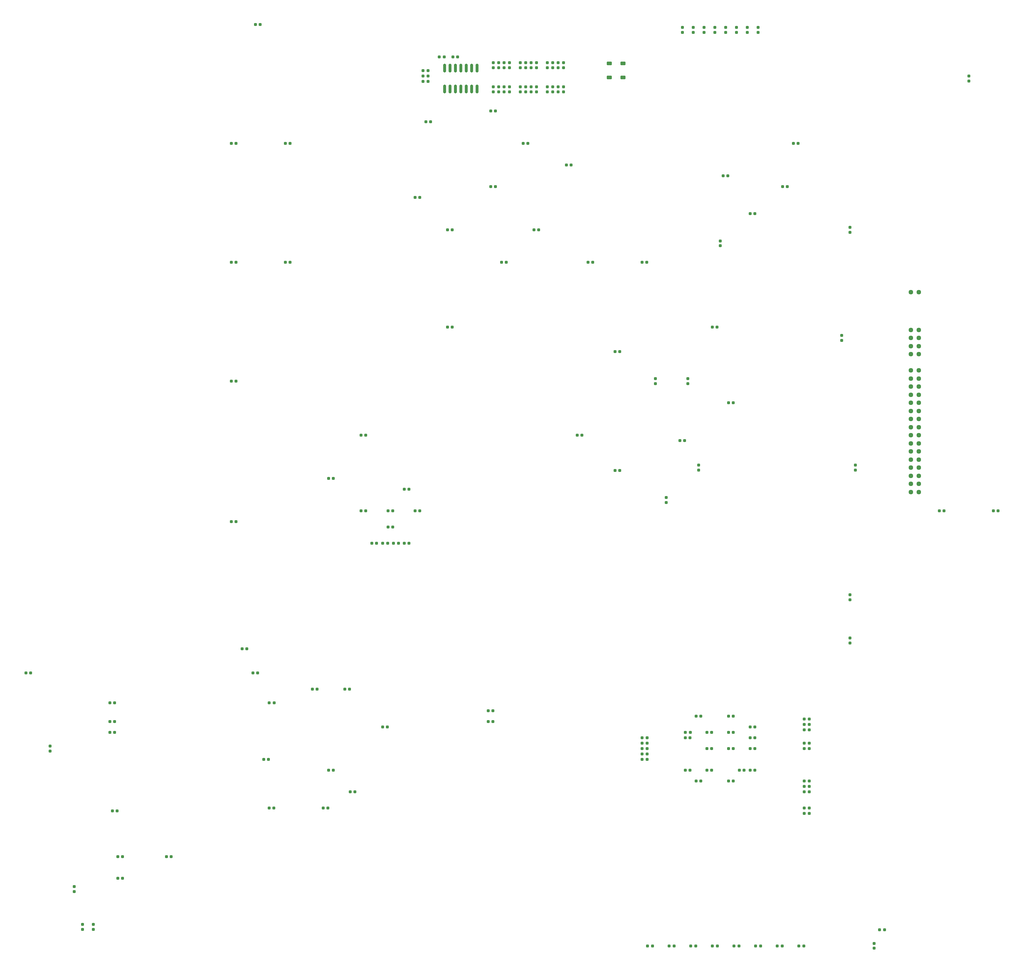
<source format=gbr>
%TF.GenerationSoftware,KiCad,Pcbnew,(7.0.0)*%
%TF.CreationDate,2023-03-30T16:00:28-05:00*%
%TF.ProjectId,Wrap030-ITX,57726170-3033-4302-9d49-54582e6b6963,1*%
%TF.SameCoordinates,Original*%
%TF.FileFunction,Paste,Bot*%
%TF.FilePolarity,Positive*%
%FSLAX46Y46*%
G04 Gerber Fmt 4.6, Leading zero omitted, Abs format (unit mm)*
G04 Created by KiCad (PCBNEW (7.0.0)) date 2023-03-30 16:00:28*
%MOMM*%
%LPD*%
G01*
G04 APERTURE LIST*
G04 Aperture macros list*
%AMRoundRect*
0 Rectangle with rounded corners*
0 $1 Rounding radius*
0 $2 $3 $4 $5 $6 $7 $8 $9 X,Y pos of 4 corners*
0 Add a 4 corners polygon primitive as box body*
4,1,4,$2,$3,$4,$5,$6,$7,$8,$9,$2,$3,0*
0 Add four circle primitives for the rounded corners*
1,1,$1+$1,$2,$3*
1,1,$1+$1,$4,$5*
1,1,$1+$1,$6,$7*
1,1,$1+$1,$8,$9*
0 Add four rect primitives between the rounded corners*
20,1,$1+$1,$2,$3,$4,$5,0*
20,1,$1+$1,$4,$5,$6,$7,0*
20,1,$1+$1,$6,$7,$8,$9,0*
20,1,$1+$1,$8,$9,$2,$3,0*%
G04 Aperture macros list end*
%ADD10RoundRect,0.225000X-0.375000X0.225000X-0.375000X-0.225000X0.375000X-0.225000X0.375000X0.225000X0*%
%ADD11RoundRect,0.160000X-0.197500X-0.160000X0.197500X-0.160000X0.197500X0.160000X-0.197500X0.160000X0*%
%ADD12RoundRect,0.160000X0.197500X0.160000X-0.197500X0.160000X-0.197500X-0.160000X0.197500X-0.160000X0*%
%ADD13RoundRect,0.160000X-0.160000X0.197500X-0.160000X-0.197500X0.160000X-0.197500X0.160000X0.197500X0*%
%ADD14RoundRect,0.160000X0.160000X-0.197500X0.160000X0.197500X-0.160000X0.197500X-0.160000X-0.197500X0*%
%ADD15RoundRect,0.237500X-0.250000X-0.237500X0.250000X-0.237500X0.250000X0.237500X-0.250000X0.237500X0*%
%ADD16RoundRect,0.155000X0.212500X0.155000X-0.212500X0.155000X-0.212500X-0.155000X0.212500X-0.155000X0*%
%ADD17RoundRect,0.155000X-0.212500X-0.155000X0.212500X-0.155000X0.212500X0.155000X-0.212500X0.155000X0*%
%ADD18RoundRect,0.155000X0.155000X-0.212500X0.155000X0.212500X-0.155000X0.212500X-0.155000X-0.212500X0*%
%ADD19RoundRect,0.155000X-0.155000X0.212500X-0.155000X-0.212500X0.155000X-0.212500X0.155000X0.212500X0*%
%ADD20RoundRect,0.150000X-0.150000X0.825000X-0.150000X-0.825000X0.150000X-0.825000X0.150000X0.825000X0*%
G04 APERTURE END LIST*
D10*
%TO.C,D10*%
X172085000Y-51055000D03*
X172085000Y-54355000D03*
%TD*%
%TO.C,D9*%
X175259999Y-51055000D03*
X175259999Y-54355000D03*
%TD*%
D11*
%TO.C,R14*%
X217842500Y-205105000D03*
X219037500Y-205105000D03*
%TD*%
D12*
%TO.C,R79*%
X133312500Y-49530000D03*
X132117500Y-49530000D03*
%TD*%
%TO.C,R78*%
X129502500Y-52705000D03*
X128307500Y-52705000D03*
%TD*%
%TO.C,R77*%
X129502500Y-53975000D03*
X128307500Y-53975000D03*
%TD*%
%TO.C,R76*%
X129502500Y-55245000D03*
X128307500Y-55245000D03*
%TD*%
D13*
%TO.C,R75*%
X161290000Y-50837500D03*
X161290000Y-52032500D03*
%TD*%
%TO.C,R74*%
X160020000Y-50837500D03*
X160020000Y-52032500D03*
%TD*%
%TO.C,R73*%
X158750000Y-50837500D03*
X158750000Y-52032500D03*
%TD*%
%TO.C,R72*%
X157480000Y-50837500D03*
X157480000Y-52032500D03*
%TD*%
D14*
%TO.C,R71*%
X161290000Y-56552500D03*
X161290000Y-57747500D03*
%TD*%
%TO.C,R70*%
X160020000Y-56552500D03*
X160020000Y-57747500D03*
%TD*%
%TO.C,R69*%
X158750000Y-56552500D03*
X158750000Y-57747500D03*
%TD*%
%TO.C,R68*%
X157480000Y-56552500D03*
X157480000Y-57747500D03*
%TD*%
D13*
%TO.C,R67*%
X154940000Y-50837500D03*
X154940000Y-52032500D03*
%TD*%
%TO.C,R66*%
X153670000Y-50837500D03*
X153670000Y-52032500D03*
%TD*%
%TO.C,R65*%
X152400001Y-50837500D03*
X152400001Y-52032500D03*
%TD*%
%TO.C,R64*%
X151130000Y-50837500D03*
X151130000Y-52032500D03*
%TD*%
D14*
%TO.C,R63*%
X154940000Y-56552500D03*
X154940000Y-57747500D03*
%TD*%
%TO.C,R62*%
X153670000Y-56552500D03*
X153670000Y-57747500D03*
%TD*%
%TO.C,R61*%
X152400000Y-56552500D03*
X152400000Y-57747500D03*
%TD*%
%TO.C,R60*%
X151130000Y-56552500D03*
X151130000Y-57747500D03*
%TD*%
D13*
%TO.C,R59*%
X148590001Y-50837500D03*
X148590001Y-52032500D03*
%TD*%
%TO.C,R58*%
X147320000Y-52032500D03*
X147320000Y-50837500D03*
%TD*%
%TO.C,R57*%
X146049999Y-50837500D03*
X146049999Y-52032500D03*
%TD*%
%TO.C,R56*%
X144780000Y-52032500D03*
X144780000Y-50837500D03*
%TD*%
D14*
%TO.C,R55*%
X148590000Y-57747500D03*
X148590000Y-56552500D03*
%TD*%
%TO.C,R54*%
X147320000Y-57747500D03*
X147320000Y-56552500D03*
%TD*%
%TO.C,R53*%
X146050000Y-57747500D03*
X146050000Y-56552500D03*
%TD*%
%TO.C,R52*%
X144780000Y-57747500D03*
X144780000Y-56552500D03*
%TD*%
D15*
%TO.C,R51*%
X242927500Y-113665000D03*
X244752500Y-113665000D03*
%TD*%
%TO.C,R50*%
X242927500Y-115570000D03*
X244752500Y-115570000D03*
%TD*%
%TO.C,R49*%
X242927500Y-117475000D03*
X244752500Y-117475000D03*
%TD*%
%TO.C,R48*%
X242927500Y-119380000D03*
X244752500Y-119380000D03*
%TD*%
%TO.C,R47*%
X242927500Y-104775000D03*
X244752500Y-104775000D03*
%TD*%
%TO.C,R46*%
X242927500Y-123190000D03*
X244752500Y-123190000D03*
%TD*%
%TO.C,R45*%
X242927500Y-125095000D03*
X244752500Y-125095000D03*
%TD*%
%TO.C,R44*%
X242927500Y-127000000D03*
X244752500Y-127000000D03*
%TD*%
%TO.C,R43*%
X242927500Y-128905000D03*
X244752500Y-128905000D03*
%TD*%
%TO.C,R42*%
X244752500Y-130810000D03*
X242927500Y-130810000D03*
%TD*%
%TO.C,R41*%
X242927500Y-132715000D03*
X244752500Y-132715000D03*
%TD*%
%TO.C,R40*%
X242927500Y-134620000D03*
X244752500Y-134620000D03*
%TD*%
%TO.C,R39*%
X242927500Y-136525000D03*
X244752500Y-136525000D03*
%TD*%
%TO.C,R38*%
X242927500Y-138430000D03*
X244752500Y-138430000D03*
%TD*%
%TO.C,R37*%
X242927500Y-140335000D03*
X244752500Y-140335000D03*
%TD*%
%TO.C,R36*%
X242927500Y-142240000D03*
X244752500Y-142240000D03*
%TD*%
%TO.C,R35*%
X242927500Y-144145000D03*
X244752500Y-144145000D03*
%TD*%
%TO.C,R34*%
X242927500Y-146050000D03*
X244752500Y-146050000D03*
%TD*%
%TO.C,R33*%
X244752500Y-147955000D03*
X242927500Y-147955000D03*
%TD*%
%TO.C,R32*%
X244752500Y-149860000D03*
X242927500Y-149860000D03*
%TD*%
%TO.C,R31*%
X244752500Y-151765000D03*
X242927500Y-151765000D03*
%TD*%
D11*
%TO.C,R30*%
X118782500Y-163830000D03*
X119977500Y-163830000D03*
%TD*%
D12*
%TO.C,R29*%
X122517500Y-163830000D03*
X121322500Y-163830000D03*
%TD*%
%TO.C,R28*%
X180937500Y-213360000D03*
X179742500Y-213360000D03*
%TD*%
%TO.C,R27*%
X180937500Y-214630000D03*
X179742500Y-214630000D03*
%TD*%
D11*
%TO.C,R26*%
X217842500Y-207645000D03*
X219037500Y-207645000D03*
%TD*%
%TO.C,R25*%
X217842500Y-210820000D03*
X219037500Y-210820000D03*
%TD*%
%TO.C,R24*%
X217842500Y-212090000D03*
X219037500Y-212090000D03*
%TD*%
%TO.C,R23*%
X217842500Y-219710000D03*
X219037500Y-219710000D03*
%TD*%
%TO.C,R22*%
X217842500Y-220980000D03*
X219037500Y-220980000D03*
%TD*%
%TO.C,R21*%
X219037500Y-222250000D03*
X217842500Y-222250000D03*
%TD*%
%TO.C,R20*%
X217842500Y-226060000D03*
X219037500Y-226060000D03*
%TD*%
%TO.C,R19*%
X217842500Y-227330000D03*
X219037500Y-227330000D03*
%TD*%
D12*
%TO.C,R18*%
X180937500Y-212090000D03*
X179742500Y-212090000D03*
%TD*%
%TO.C,R17*%
X179742500Y-210820000D03*
X180937500Y-210820000D03*
%TD*%
%TO.C,R16*%
X180937500Y-209550000D03*
X179742500Y-209550000D03*
%TD*%
D11*
%TO.C,R15*%
X189902500Y-208280000D03*
X191097500Y-208280000D03*
%TD*%
%TO.C,R13*%
X217842500Y-206375000D03*
X219037500Y-206375000D03*
%TD*%
D12*
%TO.C,R12*%
X217767500Y-258445000D03*
X216572500Y-258445000D03*
%TD*%
%TO.C,R11*%
X212687500Y-258445000D03*
X211492500Y-258445000D03*
%TD*%
%TO.C,R10*%
X207607500Y-258445000D03*
X206412500Y-258445000D03*
%TD*%
%TO.C,R9*%
X202527500Y-258445000D03*
X201332500Y-258445000D03*
%TD*%
%TO.C,R8*%
X197447500Y-258445000D03*
X196252500Y-258445000D03*
%TD*%
%TO.C,R7*%
X192367500Y-258445000D03*
X191172500Y-258445000D03*
%TD*%
%TO.C,R6*%
X187287500Y-258445000D03*
X186092500Y-258445000D03*
%TD*%
%TO.C,R5*%
X182207500Y-258445000D03*
X181012500Y-258445000D03*
%TD*%
D11*
%TO.C,R4*%
X235585000Y-254635000D03*
X236780000Y-254635000D03*
%TD*%
D12*
%TO.C,R3*%
X93307500Y-201295000D03*
X92112500Y-201295000D03*
%TD*%
D13*
%TO.C,R2*%
X48260000Y-253402500D03*
X48260000Y-254597500D03*
%TD*%
%TO.C,R1*%
X50800000Y-253402500D03*
X50800000Y-254597500D03*
%TD*%
D16*
%TO.C,C53*%
X165667500Y-138430000D03*
X164532500Y-138430000D03*
%TD*%
%TO.C,C92*%
X206307500Y-86360000D03*
X205172500Y-86360000D03*
%TD*%
%TO.C,C112*%
X36127500Y-194310000D03*
X34992500Y-194310000D03*
%TD*%
D17*
%TO.C,C43*%
X102302500Y-198120000D03*
X103437500Y-198120000D03*
%TD*%
%TO.C,C33*%
X113732500Y-138430000D03*
X114867500Y-138430000D03*
%TD*%
D16*
%TO.C,C50*%
X112327500Y-222250000D03*
X111192500Y-222250000D03*
%TD*%
%TO.C,C67*%
X57717500Y-242570000D03*
X56582500Y-242570000D03*
%TD*%
D17*
%TO.C,C70*%
X68012500Y-237490000D03*
X69147500Y-237490000D03*
%TD*%
%TO.C,C3*%
X200092500Y-204470000D03*
X201227500Y-204470000D03*
%TD*%
%TO.C,C30*%
X134052500Y-113030000D03*
X135187500Y-113030000D03*
%TD*%
D18*
%TO.C,C94*%
X191770000Y-43747500D03*
X191770000Y-42612500D03*
%TD*%
D16*
%TO.C,C113*%
X55812500Y-205740000D03*
X54677500Y-205740000D03*
%TD*%
%TO.C,C49*%
X89467500Y-194310000D03*
X88332500Y-194310000D03*
%TD*%
D17*
%TO.C,C15*%
X200092500Y-208280000D03*
X201227500Y-208280000D03*
%TD*%
D18*
%TO.C,C60*%
X229870000Y-146617500D03*
X229870000Y-145482500D03*
%TD*%
D17*
%TO.C,C7*%
X192472500Y-219710000D03*
X193607500Y-219710000D03*
%TD*%
%TO.C,C54*%
X173422500Y-118745000D03*
X174557500Y-118745000D03*
%TD*%
%TO.C,C51*%
X188662500Y-139700000D03*
X189797500Y-139700000D03*
%TD*%
%TO.C,C18*%
X143577500Y-203200000D03*
X144712500Y-203200000D03*
%TD*%
D16*
%TO.C,C78*%
X97087500Y-69850000D03*
X95952500Y-69850000D03*
%TD*%
D18*
%TO.C,C55*%
X193040000Y-146617500D03*
X193040000Y-145482500D03*
%TD*%
D16*
%TO.C,C23*%
X155507500Y-90170000D03*
X154372500Y-90170000D03*
%TD*%
%TO.C,C6*%
X206307500Y-217170000D03*
X205172500Y-217170000D03*
%TD*%
%TO.C,C81*%
X97087500Y-97790000D03*
X95952500Y-97790000D03*
%TD*%
D19*
%TO.C,C59*%
X185420000Y-153102500D03*
X185420000Y-154237500D03*
%TD*%
D16*
%TO.C,C20*%
X152967500Y-69850000D03*
X151832500Y-69850000D03*
%TD*%
%TO.C,C11*%
X206307500Y-207010000D03*
X205172500Y-207010000D03*
%TD*%
D17*
%TO.C,C47*%
X90872500Y-214630000D03*
X92007500Y-214630000D03*
%TD*%
%TO.C,C46*%
X118812500Y-207010000D03*
X119947500Y-207010000D03*
%TD*%
D16*
%TO.C,C12*%
X206307500Y-209550000D03*
X205172500Y-209550000D03*
%TD*%
%TO.C,C77*%
X84387500Y-69850000D03*
X83252500Y-69850000D03*
%TD*%
%TO.C,C32*%
X136457500Y-49530000D03*
X135322500Y-49530000D03*
%TD*%
D18*
%TO.C,C31*%
X228600000Y-187257500D03*
X228600000Y-186122500D03*
%TD*%
D16*
%TO.C,C65*%
X250757500Y-156210000D03*
X249622500Y-156210000D03*
%TD*%
%TO.C,C35*%
X107247500Y-148590000D03*
X106112500Y-148590000D03*
%TD*%
%TO.C,C79*%
X84387500Y-125730000D03*
X83252500Y-125730000D03*
%TD*%
D17*
%TO.C,C25*%
X134052500Y-90170000D03*
X135187500Y-90170000D03*
%TD*%
D18*
%TO.C,C95*%
X194310000Y-43747500D03*
X194310000Y-42612500D03*
%TD*%
D16*
%TO.C,C24*%
X147887500Y-97790000D03*
X146752500Y-97790000D03*
%TD*%
D17*
%TO.C,C4*%
X200092500Y-212090000D03*
X201227500Y-212090000D03*
%TD*%
D18*
%TO.C,C93*%
X189230000Y-43747500D03*
X189230000Y-42612500D03*
%TD*%
D17*
%TO.C,C34*%
X113732500Y-156210000D03*
X114867500Y-156210000D03*
%TD*%
%TO.C,C36*%
X116272500Y-163830000D03*
X117407500Y-163830000D03*
%TD*%
%TO.C,C29*%
X179772500Y-97790000D03*
X180907500Y-97790000D03*
%TD*%
D19*
%TO.C,C114*%
X40640000Y-211522500D03*
X40640000Y-212657500D03*
%TD*%
D20*
%TO.C,VBUF1*%
X133350000Y-52135000D03*
X134620000Y-52135000D03*
X135890000Y-52135000D03*
X137160000Y-52135000D03*
X138430000Y-52135000D03*
X139700000Y-52135000D03*
X140970000Y-52135000D03*
X140970000Y-57085000D03*
X139700000Y-57085000D03*
X138430000Y-57085000D03*
X137160000Y-57085000D03*
X135890000Y-57085000D03*
X134620000Y-57085000D03*
X133350000Y-57085000D03*
%TD*%
D18*
%TO.C,C97*%
X199390000Y-43747500D03*
X199390000Y-42612500D03*
%TD*%
D17*
%TO.C,C14*%
X200092500Y-219710000D03*
X201227500Y-219710000D03*
%TD*%
D16*
%TO.C,C76*%
X86927500Y-188595000D03*
X85792500Y-188595000D03*
%TD*%
D18*
%TO.C,C66*%
X234315000Y-259012500D03*
X234315000Y-257877500D03*
%TD*%
D16*
%TO.C,C37*%
X125027500Y-163830000D03*
X123892500Y-163830000D03*
%TD*%
D18*
%TO.C,C96*%
X196850000Y-43747500D03*
X196850000Y-42612500D03*
%TD*%
D17*
%TO.C,C16*%
X195012500Y-208280000D03*
X196147500Y-208280000D03*
%TD*%
D19*
%TO.C,C58*%
X182880000Y-125162500D03*
X182880000Y-126297500D03*
%TD*%
D17*
%TO.C,C26*%
X161992500Y-74930000D03*
X163127500Y-74930000D03*
%TD*%
%TO.C,C44*%
X92142500Y-226060000D03*
X93277500Y-226060000D03*
%TD*%
%TO.C,C1*%
X192472500Y-204470000D03*
X193607500Y-204470000D03*
%TD*%
D18*
%TO.C,C110*%
X256540000Y-55177500D03*
X256540000Y-54042500D03*
%TD*%
D16*
%TO.C,C90*%
X213927500Y-80010000D03*
X212792500Y-80010000D03*
%TD*%
D19*
%TO.C,C68*%
X46355000Y-244542500D03*
X46355000Y-245677500D03*
%TD*%
D16*
%TO.C,C42*%
X107247500Y-217170000D03*
X106112500Y-217170000D03*
%TD*%
%TO.C,C40*%
X121217500Y-156210000D03*
X120082500Y-156210000D03*
%TD*%
D17*
%TO.C,C101*%
X196282500Y-113030000D03*
X197417500Y-113030000D03*
%TD*%
D19*
%TO.C,C63*%
X228600000Y-89602500D03*
X228600000Y-90737500D03*
%TD*%
D16*
%TO.C,C19*%
X145347500Y-80010000D03*
X144212500Y-80010000D03*
%TD*%
D17*
%TO.C,C17*%
X143577500Y-205740000D03*
X144712500Y-205740000D03*
%TD*%
D16*
%TO.C,C69*%
X57717500Y-237490000D03*
X56582500Y-237490000D03*
%TD*%
%TO.C,C64*%
X263457500Y-156210000D03*
X262322500Y-156210000D03*
%TD*%
%TO.C,C82*%
X84387500Y-158750000D03*
X83252500Y-158750000D03*
%TD*%
%TO.C,C5*%
X206307500Y-212090000D03*
X205172500Y-212090000D03*
%TD*%
D17*
%TO.C,C2*%
X189932500Y-209550000D03*
X191067500Y-209550000D03*
%TD*%
%TO.C,C45*%
X109922500Y-198120000D03*
X111057500Y-198120000D03*
%TD*%
D19*
%TO.C,C61*%
X226695000Y-115002500D03*
X226695000Y-116137500D03*
%TD*%
%TO.C,C56*%
X190500000Y-125162500D03*
X190500000Y-126297500D03*
%TD*%
D16*
%TO.C,C38*%
X125027500Y-151130000D03*
X123892500Y-151130000D03*
%TD*%
%TO.C,C88*%
X216467500Y-69850000D03*
X215332500Y-69850000D03*
%TD*%
D17*
%TO.C,C10*%
X195012500Y-217170000D03*
X196147500Y-217170000D03*
%TD*%
D18*
%TO.C,C91*%
X198120000Y-93912500D03*
X198120000Y-92777500D03*
%TD*%
D17*
%TO.C,C116*%
X55312500Y-226695000D03*
X56447500Y-226695000D03*
%TD*%
D16*
%TO.C,C41*%
X121217500Y-160020000D03*
X120082500Y-160020000D03*
%TD*%
D17*
%TO.C,C9*%
X189932500Y-217170000D03*
X191067500Y-217170000D03*
%TD*%
D16*
%TO.C,C27*%
X127567500Y-82550000D03*
X126432500Y-82550000D03*
%TD*%
D18*
%TO.C,C100*%
X207010000Y-43747500D03*
X207010000Y-42612500D03*
%TD*%
D17*
%TO.C,C48*%
X104842500Y-226060000D03*
X105977500Y-226060000D03*
%TD*%
D19*
%TO.C,C62*%
X228600000Y-175962500D03*
X228600000Y-177097500D03*
%TD*%
D17*
%TO.C,C52*%
X200092500Y-130810000D03*
X201227500Y-130810000D03*
%TD*%
D16*
%TO.C,C80*%
X84387500Y-97790000D03*
X83252500Y-97790000D03*
%TD*%
%TO.C,C39*%
X127567500Y-156210000D03*
X126432500Y-156210000D03*
%TD*%
%TO.C,C21*%
X145347500Y-62230000D03*
X144212500Y-62230000D03*
%TD*%
%TO.C,C89*%
X199957500Y-77470000D03*
X198822500Y-77470000D03*
%TD*%
D18*
%TO.C,C98*%
X201930000Y-43747500D03*
X201930000Y-42612500D03*
%TD*%
D16*
%TO.C,C22*%
X130107500Y-64770000D03*
X128972500Y-64770000D03*
%TD*%
%TO.C,C8*%
X203767500Y-217170000D03*
X202632500Y-217170000D03*
%TD*%
D18*
%TO.C,C99*%
X204470000Y-43747500D03*
X204470000Y-42612500D03*
%TD*%
D17*
%TO.C,C28*%
X167072500Y-97790000D03*
X168207500Y-97790000D03*
%TD*%
%TO.C,C117*%
X88900000Y-41910000D03*
X90035000Y-41910000D03*
%TD*%
D16*
%TO.C,C111*%
X55812500Y-208280000D03*
X54677500Y-208280000D03*
%TD*%
D17*
%TO.C,C13*%
X195012500Y-212090000D03*
X196147500Y-212090000D03*
%TD*%
%TO.C,C57*%
X173422500Y-146685000D03*
X174557500Y-146685000D03*
%TD*%
D16*
%TO.C,C115*%
X55812500Y-201295000D03*
X54677500Y-201295000D03*
%TD*%
M02*

</source>
